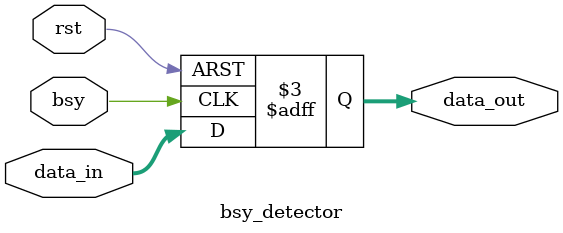
<source format=sv>
module bsy_detector (output logic [7:0] data_out, input logic [7:0] data_in, input logic bsy, rst);

// detects bsy pulse from ps2 device

always_ff @(posedge rst or negedge bsy) begin
 
    if (rst) begin

        data_out <= 'd0;

    end

    // only read if bsy flag is low
    else if(!bsy) begin

        data_out <= data_in;
  

    end
    


end




endmodule
</source>
